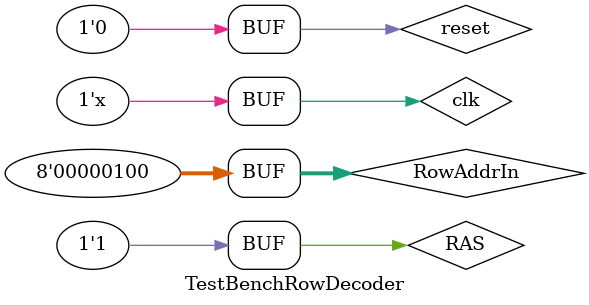
<source format=v>
`timescale 1ns / 1ps


module TestBenchRowDecoder;

	// Inputs
	reg [7:0] RowAddrIn;
	reg RAS;
	reg clk;
	reg reset;

	// Outputs
	wire [255:0] RowAddrEn;

	// Instantiate the Unit Under Test (UUT)
	RowDecoder uut (
		.RowAddrEn(RowAddrEn), 
		.RowAddrIn(RowAddrIn), 
		.RAS(RAS), 
		.clk(clk), 
		.reset(reset)
	);

	initial begin
		// Initialize Inputs
		RowAddrIn = 0;
		RAS = 1;
		clk = 0;
		reset = 1;

		// Wait 100 ns for global reset to finish
		#100;
		reset = 0;
		
		#10 RAS = 0; RowAddrIn = 4;
		#10 RAS = 1;
        
		// Add stimulus here

	end
	
	always 
	begin
		#5 clk <= ~clk;
	end
      
endmodule


</source>
